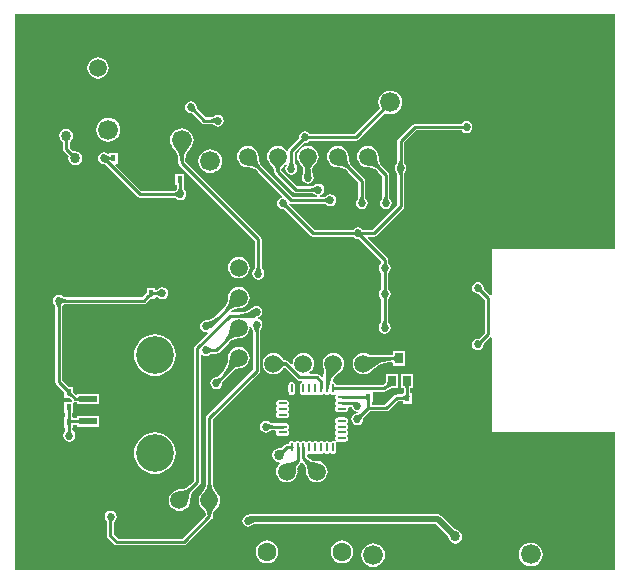
<source format=gbl>
%FSLAX24Y24*%
%MOIN*%
G70*
G01*
G75*
G04 Layer_Physical_Order=2*
G04 Layer_Color=16711680*
%ADD10C,0.0100*%
%ADD11C,0.0394*%
%ADD12C,0.0197*%
%ADD13C,0.0197*%
%ADD14R,0.0157X0.0236*%
%ADD15R,0.0236X0.0157*%
G04:AMPARAMS|DCode=16|XSize=33.5mil|YSize=17.7mil|CornerRadius=4.4mil|HoleSize=0mil|Usage=FLASHONLY|Rotation=270.000|XOffset=0mil|YOffset=0mil|HoleType=Round|Shape=RoundedRectangle|*
%AMROUNDEDRECTD16*
21,1,0.0335,0.0089,0,0,270.0*
21,1,0.0246,0.0177,0,0,270.0*
1,1,0.0089,-0.0044,-0.0123*
1,1,0.0089,-0.0044,0.0123*
1,1,0.0089,0.0044,0.0123*
1,1,0.0089,0.0044,-0.0123*
%
%ADD16ROUNDEDRECTD16*%
G04:AMPARAMS|DCode=17|XSize=63mil|YSize=98.4mil|CornerRadius=15.7mil|HoleSize=0mil|Usage=FLASHONLY|Rotation=270.000|XOffset=0mil|YOffset=0mil|HoleType=Round|Shape=RoundedRectangle|*
%AMROUNDEDRECTD17*
21,1,0.0630,0.0669,0,0,270.0*
21,1,0.0315,0.0984,0,0,270.0*
1,1,0.0315,-0.0335,-0.0157*
1,1,0.0315,-0.0335,0.0157*
1,1,0.0315,0.0335,0.0157*
1,1,0.0315,0.0335,-0.0157*
%
%ADD17ROUNDEDRECTD17*%
%ADD18R,0.0197X0.0315*%
%ADD19R,0.1024X0.0591*%
%ADD20R,0.0217X0.0098*%
%ADD21R,0.0138X0.0394*%
%ADD22R,0.1378X0.0394*%
%ADD23R,0.1339X0.0591*%
%ADD24R,0.0197X0.0354*%
%ADD25R,0.0354X0.0197*%
%ADD26R,0.0157X0.0532*%
%ADD27R,0.0748X0.0630*%
%ADD28R,0.0630X0.0551*%
%ADD29R,0.0354X0.0276*%
%ADD30R,0.0217X0.0394*%
%ADD31R,0.0157X0.0335*%
%ADD32O,0.0177X0.0532*%
%ADD33O,0.0217X0.0866*%
%ADD34R,0.0335X0.0157*%
%ADD35O,0.0276X0.0098*%
%ADD36O,0.0098X0.0276*%
%ADD37R,0.0118X0.0209*%
%ADD38R,0.0118X0.0193*%
%ADD39O,0.0315X0.0079*%
%ADD40O,0.0079X0.0315*%
%ADD41R,0.2598X0.2598*%
%ADD42R,0.2362X0.1890*%
%ADD43O,0.0315X0.0157*%
%ADD44O,0.0079X0.0295*%
%ADD45O,0.0295X0.0079*%
%ADD46R,0.1417X0.1417*%
%ADD47R,0.0217X0.0512*%
%ADD48R,0.0374X0.0335*%
%ADD49R,0.0453X0.0551*%
%ADD50C,0.0200*%
%ADD51C,0.0150*%
%ADD52C,0.0661*%
%ADD53C,0.0591*%
%ADD54C,0.0630*%
%ADD55C,0.1260*%
%ADD56C,0.0591*%
%ADD57C,0.0270*%
%ADD58C,0.0290*%
%ADD59C,0.0300*%
%ADD60C,0.0340*%
%ADD61R,0.0591X0.0236*%
%ADD62R,0.1299X0.1299*%
%ADD63O,0.0098X0.0315*%
%ADD64O,0.0315X0.0098*%
%ADD65R,0.0276X0.0354*%
G36*
X58790Y25480D02*
X54682D01*
Y23959D01*
X54671Y23942D01*
X54621Y23937D01*
X54412Y24146D01*
X54419Y24180D01*
X54404Y24256D01*
X54361Y24321D01*
X54296Y24364D01*
X54220Y24379D01*
X54144Y24364D01*
X54079Y24321D01*
X54036Y24256D01*
X54021Y24180D01*
X54036Y24104D01*
X54079Y24039D01*
X54144Y23996D01*
X54220Y23981D01*
X54254Y23988D01*
X54458Y23784D01*
Y22686D01*
X54254Y22482D01*
X54220Y22489D01*
X54144Y22474D01*
X54079Y22431D01*
X54036Y22366D01*
X54021Y22290D01*
X54036Y22214D01*
X54079Y22149D01*
X54144Y22106D01*
X54220Y22091D01*
X54296Y22106D01*
X54361Y22149D01*
X54404Y22214D01*
X54419Y22290D01*
X54412Y22324D01*
X54621Y22533D01*
X54671Y22528D01*
X54682Y22511D01*
Y19363D01*
X58790D01*
Y14770D01*
X38790D01*
Y33303D01*
X58790D01*
Y25480D01*
D02*
G37*
%LPC*%
G36*
X49400Y22008D02*
X49307Y21996D01*
X49221Y21960D01*
X49147Y21903D01*
X49090Y21829D01*
X49054Y21743D01*
X49042Y21650D01*
X49054Y21557D01*
X49087Y21477D01*
X49080Y21442D01*
X49080Y21442D01*
Y21382D01*
X49078Y21366D01*
X49080D01*
Y21352D01*
X49068Y21226D01*
X49036Y21209D01*
X48929Y21279D01*
X48929Y21279D01*
Y21279D01*
X48893Y21304D01*
X48850Y21312D01*
X48850Y21312D01*
X48621D01*
X48605Y21360D01*
X48653Y21397D01*
X48710Y21471D01*
X48746Y21557D01*
X48758Y21650D01*
X48746Y21743D01*
X48710Y21829D01*
X48653Y21903D01*
X48579Y21960D01*
X48493Y21996D01*
X48400Y22008D01*
X48307Y21996D01*
X48221Y21960D01*
X48147Y21903D01*
X48090Y21829D01*
X48054Y21743D01*
X48042Y21650D01*
X47994Y21634D01*
X47899Y21729D01*
X47863Y21754D01*
X47820Y21762D01*
D01*
D01*
D01*
D01*
X47820Y21763D01*
X47820Y21763D01*
Y21763D01*
X47819Y21763D01*
X47772Y21772D01*
X47732Y21799D01*
X47713Y21827D01*
X47713Y21827D01*
X47713Y21827D01*
X47711Y21828D01*
X47710Y21829D01*
X47653Y21903D01*
X47579Y21960D01*
X47493Y21996D01*
X47400Y22008D01*
X47307Y21996D01*
X47221Y21960D01*
X47147Y21903D01*
X47090Y21829D01*
X47054Y21743D01*
X47042Y21650D01*
X47054Y21557D01*
X47090Y21471D01*
X47147Y21397D01*
X47221Y21340D01*
X47307Y21304D01*
X47400Y21292D01*
X47493Y21304D01*
X47579Y21340D01*
X47653Y21397D01*
X47710Y21471D01*
X47711Y21472D01*
X47713Y21473D01*
X47713Y21473D01*
X47713Y21473D01*
X47732Y21501D01*
X47772Y21528D01*
X47782Y21530D01*
X48191Y21121D01*
X48191Y21121D01*
X48227Y21096D01*
X48270Y21088D01*
X48270Y21088D01*
X48340D01*
X48354Y21040D01*
X48326Y21021D01*
X48302Y20985D01*
X48293Y20943D01*
Y20726D01*
X48302Y20683D01*
X48326Y20647D01*
X48362Y20623D01*
X48405Y20615D01*
X48447Y20623D01*
X48483Y20647D01*
X48523D01*
X48559Y20623D01*
X48602Y20615D01*
X48644Y20623D01*
X48680Y20647D01*
X48720D01*
X48756Y20623D01*
X48798Y20615D01*
X48841Y20623D01*
X48877Y20647D01*
X48917D01*
X48953Y20623D01*
X48995Y20615D01*
X49038Y20623D01*
X49074Y20647D01*
X49113D01*
X49150Y20623D01*
X49192Y20615D01*
X49235Y20623D01*
X49271Y20647D01*
X49310D01*
X49346Y20623D01*
X49389Y20615D01*
X49432Y20623D01*
X49450Y20636D01*
X49486Y20600D01*
X49473Y20582D01*
X49465Y20539D01*
X49473Y20496D01*
X49497Y20460D01*
Y20421D01*
X49473Y20385D01*
X49465Y20342D01*
X49473Y20300D01*
X49497Y20263D01*
Y20224D01*
X49473Y20188D01*
X49465Y20145D01*
X49473Y20103D01*
X49497Y20067D01*
X49533Y20042D01*
X49576Y20034D01*
X49793D01*
X49835Y20042D01*
X49871Y20067D01*
X49895Y20103D01*
X49904Y20145D01*
X49895Y20188D01*
X49958Y20230D01*
X50005D01*
X50016Y20174D01*
X50059Y20109D01*
X50124Y20066D01*
X50200Y20051D01*
X50222Y20056D01*
X50228Y20043D01*
X50204Y20000D01*
X50200Y19999D01*
X50201Y19999D01*
X50204Y20000D01*
X50204Y19999D01*
X50201Y19999D01*
X50200Y19999D01*
X50124Y19984D01*
X50059Y19941D01*
X50016Y19876D01*
X50001Y19800D01*
X50016Y19724D01*
X50059Y19659D01*
X50124Y19616D01*
X50200Y19601D01*
X50276Y19616D01*
X50341Y19659D01*
X50384Y19724D01*
X50399Y19800D01*
X50399Y19801D01*
X50405Y19835D01*
X50425Y19865D01*
X50424Y19866D01*
X50424Y19866D01*
X50619Y20061D01*
X51173D01*
X51173Y20061D01*
X51216Y20069D01*
X51252Y20094D01*
X51563Y20405D01*
X51734D01*
Y20322D01*
X52012D01*
Y20678D01*
X51968D01*
Y20825D01*
X51969D01*
X51972Y20839D01*
X52054D01*
Y21313D01*
X51658D01*
Y20839D01*
X51740D01*
X51743Y20825D01*
X51744D01*
Y20678D01*
X51734D01*
Y20629D01*
X51517D01*
X51474Y20621D01*
X51438Y20596D01*
X51438Y20596D01*
X51126Y20285D01*
X50685D01*
Y20372D01*
X50712D01*
Y20722D01*
X51102D01*
X51102Y20722D01*
X51145Y20731D01*
X51182Y20755D01*
X51206Y20780D01*
D01*
D01*
X51210Y20783D01*
X51269Y20823D01*
X51343Y20837D01*
X51344Y20837D01*
Y20837D01*
X51355Y20839D01*
X51542D01*
Y21313D01*
X51146D01*
Y21047D01*
X51144Y21037D01*
X51144Y21037D01*
D01*
X51143D01*
D01*
X51141Y21037D01*
X51141D01*
D01*
D01*
Y21037D01*
X51141Y21035D01*
D01*
D01*
D01*
X51141Y21035D01*
X51141Y21035D01*
X51140Y21031D01*
X51056Y20946D01*
X49500D01*
X49492Y20985D01*
X49468Y21021D01*
X49432Y21045D01*
X49396Y21052D01*
X49384Y21078D01*
X49379Y21105D01*
X49414Y21170D01*
X49495Y21269D01*
X49593Y21350D01*
X49597Y21352D01*
X49596Y21353D01*
X49607Y21361D01*
X49614Y21366D01*
X49615Y21367D01*
X49653Y21397D01*
X49710Y21471D01*
X49746Y21557D01*
X49758Y21650D01*
X49746Y21743D01*
X49710Y21829D01*
X49653Y21903D01*
X49579Y21960D01*
X49493Y21996D01*
X49400Y22008D01*
D02*
G37*
G36*
X48011Y21054D02*
X47968Y21045D01*
X47932Y21021D01*
X47908Y20985D01*
X47900Y20943D01*
Y20726D01*
X47908Y20683D01*
X47932Y20647D01*
X47968Y20623D01*
X48011Y20615D01*
X48054Y20623D01*
X48090Y20647D01*
X48114Y20683D01*
X48122Y20726D01*
Y20943D01*
X48114Y20985D01*
X48090Y21021D01*
X48054Y21045D01*
X48011Y21054D01*
D02*
G37*
G36*
X47824Y20453D02*
X47607D01*
X47565Y20445D01*
X47529Y20421D01*
X47505Y20385D01*
X47496Y20342D01*
X47505Y20300D01*
X47529Y20263D01*
Y20224D01*
X47505Y20188D01*
X47496Y20145D01*
X47505Y20103D01*
X47529Y20067D01*
Y20027D01*
X47505Y19991D01*
X47496Y19948D01*
X47505Y19906D01*
X47529Y19870D01*
X47565Y19846D01*
X47607Y19837D01*
X47824D01*
X47867Y19846D01*
X47903Y19870D01*
X47927Y19906D01*
X47935Y19948D01*
X47927Y19991D01*
X47903Y20027D01*
Y20067D01*
X47927Y20103D01*
X47935Y20145D01*
X47927Y20188D01*
X47903Y20224D01*
Y20263D01*
X47927Y20300D01*
X47935Y20342D01*
X47927Y20385D01*
X47903Y20421D01*
X47867Y20445D01*
X47824Y20453D01*
D02*
G37*
G36*
X51798Y22061D02*
X51402D01*
Y21940D01*
X51388Y21937D01*
Y21936D01*
X51171D01*
Y21937D01*
X51157Y21936D01*
X50929D01*
Y21938D01*
X50911Y21936D01*
X50688D01*
Y21939D01*
X50667Y21936D01*
X50611D01*
X50579Y21960D01*
X50493Y21996D01*
X50400Y22008D01*
X50307Y21996D01*
X50221Y21960D01*
X50147Y21903D01*
X50090Y21829D01*
X50054Y21743D01*
X50042Y21650D01*
X50054Y21557D01*
X50090Y21471D01*
X50147Y21397D01*
X50221Y21340D01*
X50307Y21304D01*
X50400Y21292D01*
X50493Y21304D01*
X50579Y21340D01*
X50653Y21397D01*
X50657Y21402D01*
X50781Y21507D01*
X50924Y21595D01*
X51080Y21660D01*
X51244Y21699D01*
X51365Y21709D01*
X51402Y21675D01*
Y21587D01*
X51798D01*
Y22061D01*
D02*
G37*
G36*
X46250Y22208D02*
X46157Y22196D01*
X46071Y22160D01*
X45997Y22103D01*
X45940Y22029D01*
X45904Y21943D01*
X45892Y21850D01*
X45893Y21843D01*
X45879Y21709D01*
X45838Y21574D01*
X45772Y21449D01*
X45686Y21344D01*
X45566Y21224D01*
X45566D01*
X45565Y21225D01*
X45535Y21205D01*
X45501Y21199D01*
X45500Y21199D01*
X45424Y21184D01*
X45359Y21141D01*
X45316Y21076D01*
X45301Y21000D01*
X45316Y20924D01*
X45359Y20859D01*
X45424Y20816D01*
X45500Y20801D01*
X45576Y20816D01*
X45641Y20859D01*
X45684Y20924D01*
X45699Y21000D01*
X45699Y21001D01*
X45705Y21035D01*
X45725Y21065D01*
X45724Y21066D01*
Y21066D01*
X45840Y21181D01*
X45842Y21180D01*
Y21180D01*
X45842Y21180D01*
X45842Y21180D01*
X45842Y21180D01*
X45842D01*
X45857Y21199D01*
X46010Y21351D01*
X46011D01*
X46011D01*
X46020Y21361D01*
X46081Y21423D01*
X46081D01*
Y21423D01*
Y21423D01*
X46088Y21429D01*
X46158Y21476D01*
X46242Y21493D01*
X46250Y21492D01*
X46343Y21504D01*
X46429Y21540D01*
X46503Y21597D01*
X46560Y21671D01*
X46596Y21757D01*
X46608Y21850D01*
X46596Y21943D01*
X46560Y22029D01*
X46503Y22103D01*
X46429Y22160D01*
X46343Y22196D01*
X46250Y22208D01*
D02*
G37*
G36*
X43450Y22627D02*
X43315Y22614D01*
X43185Y22574D01*
X43065Y22510D01*
X42960Y22424D01*
X42874Y22319D01*
X42810Y22199D01*
X42770Y22069D01*
X42757Y21934D01*
X42770Y21799D01*
X42810Y21669D01*
X42874Y21549D01*
X42960Y21444D01*
X43065Y21357D01*
X43185Y21293D01*
X43315Y21254D01*
X43450Y21241D01*
X43585Y21254D01*
X43715Y21293D01*
X43835Y21357D01*
X43940Y21444D01*
X44026Y21549D01*
X44090Y21669D01*
X44130Y21799D01*
X44143Y21934D01*
X44130Y22069D01*
X44090Y22199D01*
X44026Y22319D01*
X43940Y22424D01*
X43835Y22510D01*
X43715Y22574D01*
X43585Y22614D01*
X43450Y22627D01*
D02*
G37*
G36*
X47150Y19749D02*
X47074Y19734D01*
X47009Y19691D01*
X46966Y19626D01*
X46951Y19550D01*
X46966Y19474D01*
X47009Y19409D01*
X47074Y19366D01*
X47150Y19351D01*
X47226Y19366D01*
X47291Y19409D01*
X47292Y19411D01*
X47325Y19434D01*
X47367Y19442D01*
Y19443D01*
X47442D01*
X47505Y19400D01*
X47496Y19358D01*
X47505Y19315D01*
X47529Y19279D01*
X47565Y19255D01*
X47607Y19247D01*
X47824D01*
X47867Y19255D01*
X47903Y19279D01*
X47927Y19315D01*
X47935Y19358D01*
X47927Y19400D01*
X47903Y19437D01*
Y19476D01*
X47927Y19512D01*
X47935Y19555D01*
X47927Y19597D01*
X47903Y19633D01*
X47867Y19658D01*
X47824Y19666D01*
X47720D01*
X47716Y19667D01*
X47367D01*
Y19668D01*
X47361Y19667D01*
X47344D01*
Y19668D01*
X47315Y19674D01*
X47291Y19690D01*
X47291Y19691D01*
X47226Y19734D01*
X47150Y19749D01*
D02*
G37*
G36*
X47190Y15758D02*
X47092Y15745D01*
X47001Y15708D01*
X46923Y15647D01*
X46862Y15569D01*
X46825Y15478D01*
X46812Y15380D01*
X46825Y15282D01*
X46862Y15191D01*
X46923Y15113D01*
X47001Y15052D01*
X47092Y15015D01*
X47190Y15002D01*
X47288Y15015D01*
X47379Y15052D01*
X47457Y15113D01*
X47518Y15191D01*
X47555Y15282D01*
X47568Y15380D01*
X47555Y15478D01*
X47518Y15569D01*
X47457Y15647D01*
X47379Y15708D01*
X47288Y15745D01*
X47190Y15758D01*
D02*
G37*
G36*
X55980Y15684D02*
X55878Y15671D01*
X55783Y15631D01*
X55701Y15569D01*
X55639Y15487D01*
X55599Y15392D01*
X55586Y15290D01*
X55599Y15188D01*
X55639Y15093D01*
X55701Y15011D01*
X55783Y14949D01*
X55878Y14909D01*
X55980Y14896D01*
X56082Y14909D01*
X56177Y14949D01*
X56259Y15011D01*
X56321Y15093D01*
X56361Y15188D01*
X56374Y15290D01*
X56361Y15392D01*
X56321Y15487D01*
X56259Y15569D01*
X56177Y15631D01*
X56082Y15671D01*
X55980Y15684D01*
D02*
G37*
G36*
X50730Y15664D02*
X50628Y15651D01*
X50533Y15611D01*
X50451Y15549D01*
X50389Y15467D01*
X50349Y15372D01*
X50336Y15270D01*
X50349Y15168D01*
X50389Y15073D01*
X50451Y14991D01*
X50533Y14929D01*
X50628Y14889D01*
X50730Y14876D01*
X50832Y14889D01*
X50927Y14929D01*
X51009Y14991D01*
X51071Y15073D01*
X51111Y15168D01*
X51124Y15270D01*
X51111Y15372D01*
X51071Y15467D01*
X51009Y15549D01*
X50927Y15611D01*
X50832Y15651D01*
X50730Y15664D01*
D02*
G37*
G36*
X49690Y15758D02*
X49592Y15745D01*
X49501Y15708D01*
X49423Y15647D01*
X49362Y15569D01*
X49325Y15478D01*
X49312Y15380D01*
X49325Y15282D01*
X49362Y15191D01*
X49423Y15113D01*
X49501Y15052D01*
X49592Y15015D01*
X49690Y15002D01*
X49788Y15015D01*
X49879Y15052D01*
X49957Y15113D01*
X50018Y15191D01*
X50055Y15282D01*
X50068Y15380D01*
X50055Y15478D01*
X50018Y15569D01*
X49957Y15647D01*
X49879Y15708D01*
X49788Y15745D01*
X49690Y15758D01*
D02*
G37*
G36*
X49793Y19863D02*
X49576D01*
X49533Y19854D01*
X49497Y19830D01*
X49473Y19794D01*
X49465Y19752D01*
X49473Y19709D01*
X49497Y19673D01*
Y19633D01*
X49473Y19597D01*
X49465Y19555D01*
X49473Y19512D01*
X49497Y19476D01*
Y19437D01*
X49473Y19400D01*
X49465Y19358D01*
X49473Y19315D01*
X49497Y19279D01*
Y19240D01*
X49473Y19204D01*
X49465Y19161D01*
X49473Y19118D01*
X49486Y19100D01*
X49450Y19064D01*
X49432Y19077D01*
X49389Y19085D01*
X49346Y19077D01*
X49310Y19053D01*
X49271D01*
X49235Y19077D01*
X49192Y19085D01*
X49150Y19077D01*
X49113Y19053D01*
X49074D01*
X49038Y19077D01*
X48995Y19085D01*
X48953Y19077D01*
X48917Y19053D01*
X48877D01*
X48841Y19077D01*
X48798Y19085D01*
X48756Y19077D01*
X48720Y19053D01*
X48680D01*
X48644Y19077D01*
X48602Y19085D01*
X48559Y19077D01*
X48523Y19053D01*
X48483D01*
X48447Y19077D01*
X48405Y19085D01*
X48362Y19077D01*
X48326Y19053D01*
X48287D01*
X48250Y19077D01*
X48208Y19085D01*
X48165Y19077D01*
X48129Y19053D01*
X48090D01*
X48054Y19077D01*
X48011Y19085D01*
X47968Y19077D01*
X47932Y19053D01*
X47908Y19017D01*
X47900Y18978D01*
X47866D01*
X47823Y18969D01*
X47786Y18945D01*
X47786Y18945D01*
X47666Y18824D01*
X47666Y18824D01*
X47665Y18825D01*
X47665Y18825D01*
X47661Y18822D01*
X47600Y18835D01*
X47510Y18817D01*
X47434Y18766D01*
X47383Y18690D01*
X47365Y18600D01*
X47383Y18510D01*
X47434Y18434D01*
X47510Y18383D01*
X47600Y18365D01*
X47610Y18314D01*
X47597Y18303D01*
X47540Y18229D01*
X47504Y18143D01*
X47492Y18050D01*
X47504Y17957D01*
X47540Y17871D01*
X47597Y17797D01*
X47671Y17740D01*
X47757Y17704D01*
X47850Y17692D01*
X47943Y17704D01*
X48029Y17740D01*
X48103Y17797D01*
X48160Y17871D01*
X48196Y17957D01*
X48208Y18050D01*
X48205Y18075D01*
X48206Y18079D01*
X48204Y18087D01*
X48208Y18092D01*
X48208Y18092D01*
X48203Y18125D01*
X48213Y18200D01*
X48242Y18269D01*
X48283Y18323D01*
X48289Y18327D01*
X48287Y18329D01*
X48287Y18329D01*
X48287Y18329D01*
X48287Y18329D01*
X48311Y18365D01*
X48313Y18366D01*
X48335Y18374D01*
X48361Y18380D01*
X48429Y18291D01*
X48477Y18175D01*
X48493Y18058D01*
X48492Y18050D01*
X48504Y17957D01*
X48540Y17871D01*
X48597Y17797D01*
X48671Y17740D01*
X48757Y17704D01*
X48850Y17692D01*
X48943Y17704D01*
X49029Y17740D01*
X49103Y17797D01*
X49160Y17871D01*
X49196Y17957D01*
X49208Y18050D01*
X49196Y18143D01*
X49160Y18229D01*
X49103Y18303D01*
X49029Y18360D01*
X48943Y18396D01*
X48850Y18408D01*
X48842Y18407D01*
X48725Y18423D01*
X48609Y18471D01*
X48518Y18540D01*
X48517Y18542D01*
Y18592D01*
X48559Y18655D01*
X48602Y18646D01*
X48644Y18655D01*
X48680Y18679D01*
X48720D01*
X48756Y18655D01*
X48798Y18646D01*
X48841Y18655D01*
X48877Y18679D01*
X48917D01*
X48953Y18655D01*
X48995Y18646D01*
X49038Y18655D01*
X49074Y18679D01*
X49113D01*
X49150Y18655D01*
X49192Y18646D01*
X49235Y18655D01*
X49271Y18679D01*
X49310D01*
X49346Y18655D01*
X49389Y18646D01*
X49432Y18655D01*
X49468Y18679D01*
X49492Y18715D01*
X49500Y18757D01*
Y18974D01*
X49492Y19017D01*
X49479Y19035D01*
X49515Y19071D01*
X49533Y19058D01*
X49576Y19050D01*
X49793D01*
X49835Y19058D01*
X49871Y19082D01*
X49895Y19118D01*
X49904Y19161D01*
X49895Y19204D01*
X49871Y19240D01*
Y19279D01*
X49895Y19315D01*
X49904Y19358D01*
X49895Y19400D01*
X49871Y19437D01*
Y19476D01*
X49895Y19512D01*
X49904Y19555D01*
X49895Y19597D01*
X49871Y19633D01*
Y19673D01*
X49895Y19709D01*
X49904Y19752D01*
X49895Y19794D01*
X49871Y19830D01*
X49835Y19854D01*
X49793Y19863D01*
D02*
G37*
G36*
X43450Y19359D02*
X43315Y19346D01*
X43185Y19307D01*
X43065Y19243D01*
X42960Y19156D01*
X42874Y19051D01*
X42810Y18931D01*
X42770Y18801D01*
X42757Y18666D01*
X42770Y18531D01*
X42810Y18401D01*
X42874Y18281D01*
X42960Y18176D01*
X43065Y18090D01*
X43185Y18026D01*
X43315Y17986D01*
X43450Y17973D01*
X43585Y17986D01*
X43715Y18026D01*
X43835Y18090D01*
X43940Y18176D01*
X44026Y18281D01*
X44090Y18401D01*
X44130Y18531D01*
X44143Y18666D01*
X44130Y18801D01*
X44090Y18931D01*
X44026Y19051D01*
X43940Y19156D01*
X43835Y19243D01*
X43715Y19307D01*
X43585Y19346D01*
X43450Y19359D01*
D02*
G37*
G36*
X52890Y16633D02*
X46620D01*
X46558Y16621D01*
X46531Y16603D01*
X46484Y16594D01*
X46419Y16551D01*
X46376Y16486D01*
X46361Y16410D01*
X46376Y16334D01*
X46419Y16269D01*
X46484Y16226D01*
X46560Y16211D01*
X46636Y16226D01*
X46701Y16269D01*
X46701Y16271D01*
X46730Y16290D01*
X46765Y16297D01*
Y16297D01*
Y16298D01*
X46808Y16306D01*
X46809Y16307D01*
X52822D01*
X53236Y15893D01*
X53235Y15890D01*
X53253Y15800D01*
X53304Y15724D01*
X53380Y15673D01*
X53470Y15655D01*
X53560Y15673D01*
X53636Y15724D01*
X53687Y15800D01*
X53705Y15890D01*
X53687Y15980D01*
X53636Y16056D01*
X53560Y16107D01*
X53470Y16125D01*
X53467Y16124D01*
X53005Y16585D01*
X52952Y16621D01*
X52890Y16633D01*
D02*
G37*
G36*
X40500Y29485D02*
X40410Y29467D01*
X40334Y29416D01*
X40283Y29340D01*
X40265Y29250D01*
X40283Y29160D01*
X40334Y29084D01*
X40388Y29048D01*
Y28800D01*
X40388Y28800D01*
X40396Y28757D01*
X40421Y28721D01*
X40576Y28566D01*
X40575Y28565D01*
X40575Y28565D01*
X40578Y28561D01*
X40565Y28500D01*
X40583Y28410D01*
X40634Y28334D01*
X40710Y28283D01*
X40800Y28265D01*
X40890Y28283D01*
X40966Y28334D01*
X41017Y28410D01*
X41035Y28500D01*
X41017Y28590D01*
X40966Y28666D01*
X40890Y28717D01*
X40800Y28735D01*
X40739Y28722D01*
X40735Y28725D01*
X40734Y28724D01*
X40612Y28846D01*
Y29048D01*
X40666Y29084D01*
X40717Y29160D01*
X40735Y29250D01*
X40717Y29340D01*
X40666Y29416D01*
X40590Y29467D01*
X40500Y29485D01*
D02*
G37*
G36*
X45300Y28794D02*
X45198Y28781D01*
X45103Y28741D01*
X45021Y28679D01*
X44959Y28597D01*
X44919Y28502D01*
X44906Y28400D01*
X44919Y28298D01*
X44959Y28203D01*
X45021Y28121D01*
X45103Y28059D01*
X45198Y28019D01*
X45300Y28006D01*
X45402Y28019D01*
X45497Y28059D01*
X45579Y28121D01*
X45641Y28203D01*
X45681Y28298D01*
X45694Y28400D01*
X45681Y28502D01*
X45641Y28597D01*
X45579Y28679D01*
X45497Y28741D01*
X45402Y28781D01*
X45300Y28794D01*
D02*
G37*
G36*
X48550Y28908D02*
X48457Y28896D01*
X48371Y28860D01*
X48297Y28803D01*
X48240Y28729D01*
X48204Y28643D01*
X48192Y28550D01*
X48204Y28457D01*
X48240Y28371D01*
X48297Y28297D01*
X48303Y28292D01*
X48375Y28198D01*
X48398Y28141D01*
X48394Y28121D01*
X48400Y28092D01*
X48396Y28091D01*
X48405Y28043D01*
X48391Y27970D01*
X48377Y27950D01*
X48377Y27950D01*
X48378Y27944D01*
X48366Y27926D01*
X48351Y27850D01*
X48366Y27774D01*
X48409Y27709D01*
X48474Y27666D01*
X48550Y27651D01*
X48626Y27666D01*
X48691Y27709D01*
X48734Y27774D01*
X48749Y27850D01*
X48734Y27926D01*
X48722Y27944D01*
X48723Y27950D01*
X48723Y27950D01*
X48709Y27970D01*
X48695Y28043D01*
X48704Y28091D01*
X48700Y28092D01*
X48706Y28121D01*
X48702Y28141D01*
X48725Y28198D01*
X48797Y28292D01*
X48803Y28297D01*
X48860Y28371D01*
X48896Y28457D01*
X48908Y28550D01*
X48896Y28643D01*
X48860Y28729D01*
X48803Y28803D01*
X48729Y28860D01*
X48643Y28896D01*
X48550Y28908D01*
D02*
G37*
G36*
X41900Y29844D02*
X41798Y29831D01*
X41703Y29791D01*
X41621Y29729D01*
X41559Y29647D01*
X41519Y29552D01*
X41506Y29450D01*
X41519Y29348D01*
X41559Y29253D01*
X41621Y29171D01*
X41703Y29109D01*
X41798Y29069D01*
X41900Y29056D01*
X42002Y29069D01*
X42097Y29109D01*
X42179Y29171D01*
X42241Y29253D01*
X42281Y29348D01*
X42294Y29450D01*
X42281Y29552D01*
X42241Y29647D01*
X42179Y29729D01*
X42097Y29791D01*
X42002Y29831D01*
X41900Y29844D01*
D02*
G37*
G36*
X41560Y31868D02*
X41467Y31856D01*
X41381Y31820D01*
X41307Y31763D01*
X41250Y31689D01*
X41214Y31603D01*
X41202Y31510D01*
X41214Y31417D01*
X41250Y31331D01*
X41307Y31257D01*
X41381Y31200D01*
X41467Y31164D01*
X41560Y31152D01*
X41653Y31164D01*
X41739Y31200D01*
X41813Y31257D01*
X41870Y31331D01*
X41906Y31417D01*
X41918Y31510D01*
X41906Y31603D01*
X41870Y31689D01*
X41813Y31763D01*
X41739Y31820D01*
X41653Y31856D01*
X41560Y31868D01*
D02*
G37*
G36*
X51300Y30754D02*
X51198Y30741D01*
X51103Y30701D01*
X51021Y30639D01*
X50959Y30557D01*
X50919Y30462D01*
X50906Y30360D01*
X50919Y30258D01*
X50955Y30173D01*
X50094Y29312D01*
X48610D01*
X48591Y29341D01*
X48526Y29384D01*
X48450Y29399D01*
X48374Y29384D01*
X48309Y29341D01*
X48266Y29276D01*
X48251Y29200D01*
X48258Y29166D01*
X47921Y28829D01*
X47896Y28793D01*
X47891Y28764D01*
X47842Y28753D01*
X47803Y28803D01*
X47729Y28860D01*
X47643Y28896D01*
X47550Y28908D01*
X47457Y28896D01*
X47371Y28860D01*
X47297Y28803D01*
X47240Y28729D01*
X47204Y28643D01*
X47192Y28550D01*
X47204Y28457D01*
X47240Y28371D01*
X47297Y28297D01*
X47319Y28280D01*
X47321Y28277D01*
X47328Y28271D01*
X47330Y28265D01*
Y28265D01*
X47357Y28244D01*
X47401Y28187D01*
X47428Y28121D01*
X47437Y28056D01*
X47436Y28050D01*
X47438D01*
Y28050D01*
X47438Y28050D01*
X47446Y28007D01*
X47471Y27971D01*
X48071Y27371D01*
X48071Y27371D01*
X48107Y27346D01*
X48150Y27338D01*
X48150Y27338D01*
X48695D01*
Y27337D01*
Y27337D01*
X48730Y27330D01*
X48759Y27311D01*
X48759Y27309D01*
X48824Y27266D01*
X48846Y27262D01*
X48841Y27212D01*
X48046D01*
X47048Y28211D01*
X47048Y28211D01*
X47049Y28211D01*
X47040Y28218D01*
X46971Y28309D01*
X46923Y28425D01*
X46907Y28542D01*
X46908Y28550D01*
X46896Y28643D01*
X46860Y28729D01*
X46803Y28803D01*
X46729Y28860D01*
X46643Y28896D01*
X46550Y28908D01*
X46457Y28896D01*
X46371Y28860D01*
X46297Y28803D01*
X46240Y28729D01*
X46204Y28643D01*
X46192Y28550D01*
X46204Y28457D01*
X46240Y28371D01*
X46297Y28297D01*
X46371Y28240D01*
X46457Y28204D01*
X46550Y28192D01*
X46558Y28193D01*
X46675Y28177D01*
X46791Y28129D01*
X46882Y28060D01*
X46889Y28051D01*
X46889Y28052D01*
X46889Y28052D01*
X47701Y27240D01*
X47687Y27192D01*
X47644Y27184D01*
X47579Y27141D01*
X47536Y27076D01*
X47521Y27000D01*
X47536Y26924D01*
X47579Y26859D01*
X47644Y26816D01*
X47720Y26801D01*
X47721Y26801D01*
X47755Y26795D01*
X47785Y26775D01*
X47785Y26775D01*
X47786Y26776D01*
D01*
X48641Y25921D01*
X48641Y25921D01*
X48677Y25896D01*
X48720Y25888D01*
X48720Y25888D01*
X50070D01*
X50089Y25859D01*
X50153Y25816D01*
X50230Y25801D01*
X50263Y25808D01*
X50998Y25073D01*
Y24995D01*
X50969Y24976D01*
X50926Y24912D01*
X50911Y24836D01*
X50926Y24760D01*
X50969Y24695D01*
X50998Y24676D01*
Y24130D01*
X50969Y24111D01*
X50926Y24046D01*
X50911Y23970D01*
X50926Y23894D01*
X50969Y23829D01*
X50998Y23810D01*
Y23055D01*
X50997D01*
X50990Y23020D01*
X50971Y22991D01*
X50969Y22991D01*
X50926Y22926D01*
X50911Y22850D01*
X50926Y22774D01*
X50969Y22709D01*
X51034Y22666D01*
X51110Y22651D01*
X51186Y22666D01*
X51251Y22709D01*
X51294Y22774D01*
X51309Y22850D01*
X51294Y22926D01*
X51251Y22991D01*
X51249Y22991D01*
X51230Y23020D01*
X51223Y23055D01*
X51222D01*
Y23810D01*
X51251Y23829D01*
X51294Y23894D01*
X51309Y23970D01*
X51294Y24046D01*
X51251Y24111D01*
X51222Y24130D01*
Y24676D01*
X51251Y24695D01*
X51294Y24760D01*
X51309Y24836D01*
X51294Y24912D01*
X51251Y24976D01*
X51222Y24995D01*
Y25120D01*
X51222Y25120D01*
X51214Y25162D01*
X51189Y25199D01*
X51189Y25199D01*
X50546Y25842D01*
X50566Y25888D01*
X50750D01*
X50750Y25888D01*
X50793Y25896D01*
X50829Y25921D01*
X51719Y26811D01*
X51744Y26847D01*
X51752Y26890D01*
X51752Y26890D01*
Y27965D01*
X51753D01*
X51760Y28000D01*
X51779Y28029D01*
X51781Y28029D01*
X51824Y28094D01*
X51839Y28170D01*
X51824Y28246D01*
X51781Y28311D01*
X51779Y28311D01*
X51760Y28340D01*
X51753Y28375D01*
X51752D01*
Y29014D01*
X52166Y29428D01*
X53680D01*
X53699Y29399D01*
X53764Y29356D01*
X53840Y29341D01*
X53916Y29356D01*
X53981Y29399D01*
X54024Y29464D01*
X54039Y29540D01*
X54024Y29616D01*
X53981Y29681D01*
X53916Y29724D01*
X53840Y29739D01*
X53764Y29724D01*
X53699Y29681D01*
X53680Y29652D01*
X52120D01*
X52120Y29652D01*
X52077Y29644D01*
X52041Y29619D01*
X52041Y29619D01*
X51561Y29139D01*
X51536Y29103D01*
X51528Y29060D01*
X51528Y29060D01*
Y28375D01*
X51527D01*
X51520Y28340D01*
X51501Y28311D01*
X51499Y28311D01*
X51456Y28246D01*
X51441Y28170D01*
X51456Y28094D01*
X51499Y28029D01*
X51501Y28029D01*
X51520Y28000D01*
X51527Y27965D01*
X51528D01*
Y26936D01*
X50704Y26112D01*
X50389D01*
X50370Y26141D01*
X50306Y26184D01*
X50230Y26199D01*
X50153Y26184D01*
X50089Y26141D01*
X50070Y26112D01*
X48766D01*
X47944Y26934D01*
D01*
X47945Y26935D01*
X47932Y26954D01*
X47960Y26996D01*
X48000Y26988D01*
X48000Y26988D01*
X49095D01*
Y26987D01*
Y26987D01*
X49130Y26980D01*
X49159Y26961D01*
X49159Y26959D01*
X49224Y26916D01*
X49300Y26901D01*
X49376Y26916D01*
X49441Y26959D01*
X49484Y27024D01*
X49499Y27100D01*
X49484Y27176D01*
X49441Y27241D01*
X49376Y27284D01*
X49300Y27299D01*
X49224Y27284D01*
X49159Y27241D01*
X49159Y27239D01*
X49130Y27220D01*
X49095Y27213D01*
Y27212D01*
X48959D01*
X48954Y27262D01*
X48976Y27266D01*
X49041Y27309D01*
X49084Y27374D01*
X49099Y27450D01*
X49084Y27526D01*
X49041Y27591D01*
X48976Y27634D01*
X48900Y27649D01*
X48824Y27634D01*
X48759Y27591D01*
X48759Y27589D01*
X48730Y27570D01*
X48695Y27563D01*
Y27562D01*
X48196D01*
X47668Y28091D01*
X47672Y28121D01*
X47699Y28187D01*
X47743Y28244D01*
X47771Y28265D01*
Y28265D01*
X47771Y28267D01*
X47817Y28286D01*
X47843Y28266D01*
X47816Y28226D01*
X47801Y28150D01*
X47816Y28074D01*
X47859Y28009D01*
X47924Y27966D01*
X48000Y27951D01*
X48076Y27966D01*
X48141Y28009D01*
X48184Y28074D01*
X48199Y28150D01*
X48184Y28226D01*
X48141Y28291D01*
X48139Y28291D01*
X48120Y28320D01*
X48113Y28355D01*
X48112D01*
Y28704D01*
X48416Y29008D01*
X48450Y29001D01*
X48526Y29016D01*
X48591Y29059D01*
X48610Y29088D01*
X50140D01*
X50140Y29088D01*
X50183Y29096D01*
X50219Y29121D01*
X51113Y30015D01*
X51198Y29979D01*
X51300Y29966D01*
X51402Y29979D01*
X51497Y30019D01*
X51579Y30081D01*
X51641Y30163D01*
X51681Y30258D01*
X51694Y30360D01*
X51681Y30462D01*
X51641Y30557D01*
X51579Y30639D01*
X51497Y30701D01*
X51402Y30741D01*
X51300Y30754D01*
D02*
G37*
G36*
X44650Y30399D02*
X44574Y30384D01*
X44509Y30341D01*
X44466Y30276D01*
X44451Y30200D01*
X44466Y30124D01*
X44509Y30059D01*
X44574Y30016D01*
X44650Y30001D01*
X44651Y30001D01*
X44685Y29995D01*
X44715Y29975D01*
X44715Y29975D01*
X44716Y29976D01*
X44716Y29976D01*
X45021Y29671D01*
X45021Y29671D01*
X45057Y29646D01*
X45100Y29638D01*
X45100Y29638D01*
X45345D01*
Y29637D01*
Y29637D01*
X45380Y29630D01*
X45409Y29611D01*
X45409Y29609D01*
X45474Y29566D01*
X45550Y29551D01*
X45626Y29566D01*
X45691Y29609D01*
X45734Y29674D01*
X45749Y29750D01*
X45734Y29826D01*
X45691Y29891D01*
X45626Y29934D01*
X45550Y29949D01*
X45474Y29934D01*
X45409Y29891D01*
X45409Y29889D01*
X45380Y29870D01*
X45345Y29863D01*
Y29863D01*
Y29862D01*
X45146D01*
X44874Y30134D01*
X44874Y30134D01*
X44875Y30135D01*
X44855Y30165D01*
X44849Y30199D01*
X44849Y30200D01*
X44834Y30276D01*
X44791Y30341D01*
X44726Y30384D01*
X44650Y30399D01*
D02*
G37*
G36*
X44350Y29494D02*
X44248Y29481D01*
X44153Y29441D01*
X44071Y29379D01*
X44009Y29297D01*
X43969Y29202D01*
X43956Y29100D01*
X43969Y28998D01*
X44009Y28903D01*
X44071Y28821D01*
X44081Y28814D01*
X44164Y28706D01*
X44221Y28569D01*
X44238Y28438D01*
X44236Y28422D01*
X44238D01*
Y28350D01*
X44238Y28350D01*
X44246Y28307D01*
X44271Y28271D01*
X46788Y25754D01*
Y24855D01*
X46787D01*
X46780Y24820D01*
X46761Y24791D01*
X46759Y24791D01*
X46716Y24726D01*
X46701Y24650D01*
X46716Y24574D01*
X46759Y24509D01*
X46824Y24466D01*
X46900Y24451D01*
X46976Y24466D01*
X47041Y24509D01*
X47084Y24574D01*
X47099Y24650D01*
X47084Y24726D01*
X47041Y24791D01*
X47039Y24791D01*
X47020Y24820D01*
X47013Y24855D01*
X47012D01*
Y25800D01*
X47012Y25800D01*
X47004Y25843D01*
X46979Y25879D01*
X46979Y25879D01*
X44462Y28396D01*
Y28422D01*
X44464D01*
X44462Y28438D01*
X44479Y28569D01*
X44536Y28706D01*
X44619Y28814D01*
X44629Y28821D01*
X44691Y28903D01*
X44731Y28998D01*
X44744Y29100D01*
X44731Y29202D01*
X44691Y29297D01*
X44629Y29379D01*
X44547Y29441D01*
X44452Y29481D01*
X44350Y29494D01*
D02*
G37*
G36*
X43700Y24199D02*
X43624Y24184D01*
X43559Y24141D01*
X43559Y24139D01*
X43530Y24120D01*
X43505Y24115D01*
X43466Y24147D01*
Y24178D01*
X43188D01*
Y24020D01*
X43133Y23964D01*
X43132Y23963D01*
D01*
X43131Y23963D01*
X43131Y23963D01*
X43131Y23963D01*
X43131D01*
X43132Y23963D01*
X43132D01*
D01*
X43031Y23862D01*
X40455D01*
Y23863D01*
Y23863D01*
X40420Y23870D01*
X40391Y23889D01*
X40391Y23891D01*
X40326Y23934D01*
X40250Y23949D01*
X40174Y23934D01*
X40109Y23891D01*
X40066Y23826D01*
X40051Y23750D01*
X40066Y23674D01*
X40109Y23609D01*
X40111Y23609D01*
X40130Y23580D01*
X40137Y23545D01*
X40138D01*
Y21027D01*
X40138Y21027D01*
X40146Y20984D01*
X40171Y20948D01*
X40382Y20737D01*
X40381Y20737D01*
X40381Y20737D01*
X40383Y20736D01*
X40438Y20680D01*
Y20522D01*
X40566D01*
X40577Y20520D01*
Y20520D01*
X40578Y20520D01*
X40612Y20507D01*
X40694Y20424D01*
X40675Y20378D01*
X40438D01*
Y20022D01*
X40465D01*
Y19878D01*
X40438D01*
Y19522D01*
X40465D01*
Y19394D01*
X40459Y19391D01*
X40416Y19326D01*
X40401Y19250D01*
X40416Y19174D01*
X40459Y19109D01*
X40524Y19066D01*
X40600Y19051D01*
X40676Y19066D01*
X40741Y19109D01*
X40784Y19174D01*
X40799Y19250D01*
X40784Y19326D01*
X40741Y19391D01*
X40689Y19425D01*
Y19522D01*
X40716D01*
Y19614D01*
X40871D01*
Y19548D01*
X41581D01*
Y19904D01*
X40871D01*
Y19838D01*
X40716D01*
Y19878D01*
X40689D01*
Y20022D01*
X40716D01*
Y20347D01*
X40760Y20371D01*
X40760Y20370D01*
X40803Y20362D01*
X40803Y20362D01*
X40871D01*
Y20296D01*
X41581D01*
Y20652D01*
X40871D01*
Y20630D01*
X40825Y20611D01*
X40773Y20663D01*
X40773Y20663D01*
X40772Y20664D01*
X40716Y20720D01*
Y20878D01*
X40588D01*
X40577Y20880D01*
X40577Y20880D01*
X40577Y20880D01*
D01*
X40540Y20896D01*
Y20896D01*
X40540Y20896D01*
D01*
X40362Y21074D01*
Y23545D01*
X40363D01*
X40370Y23580D01*
X40389Y23609D01*
X40391Y23609D01*
X40391Y23611D01*
X40420Y23630D01*
X40455Y23637D01*
Y23637D01*
Y23638D01*
X43077D01*
X43077Y23638D01*
X43120Y23646D01*
X43156Y23671D01*
X43290Y23804D01*
X43290Y23804D01*
D01*
X43327Y23820D01*
X43327Y23820D01*
Y23820D01*
Y23820D01*
X43338Y23822D01*
X43466D01*
Y23853D01*
X43505Y23885D01*
X43530Y23880D01*
X43559Y23861D01*
X43559Y23859D01*
X43624Y23816D01*
X43700Y23801D01*
X43776Y23816D01*
X43841Y23859D01*
X43884Y23924D01*
X43899Y24000D01*
X43884Y24076D01*
X43841Y24141D01*
X43776Y24184D01*
X43700Y24199D01*
D02*
G37*
G36*
X46250Y24208D02*
X46157Y24196D01*
X46071Y24160D01*
X45997Y24103D01*
X45940Y24029D01*
X45904Y23943D01*
X45892Y23850D01*
X45893Y23842D01*
X45877Y23725D01*
X45829Y23609D01*
X45760Y23518D01*
X45752Y23513D01*
X45752D01*
X45751Y23512D01*
X45751D01*
X45751Y23511D01*
X45751Y23511D01*
X45752Y23511D01*
X45752Y23511D01*
X45752D01*
D01*
X45472Y23230D01*
Y23230D01*
X45472Y23230D01*
D01*
X45472D01*
Y23230D01*
X45466Y23225D01*
X45378Y23157D01*
X45268Y23112D01*
X45158Y23097D01*
X45150Y23099D01*
X45074Y23084D01*
X45009Y23041D01*
X44966Y22976D01*
X44951Y22900D01*
X44966Y22824D01*
X45009Y22759D01*
X45074Y22716D01*
X45150Y22701D01*
X45185Y22708D01*
X45209Y22664D01*
X44791Y22246D01*
X44766Y22209D01*
X44758Y22166D01*
X44758Y22166D01*
Y17746D01*
X44609Y17598D01*
X44609Y17598D01*
X44609Y17599D01*
X44602Y17590D01*
X44511Y17521D01*
X44395Y17473D01*
X44278Y17457D01*
X44270Y17458D01*
X44177Y17446D01*
X44091Y17410D01*
X44017Y17353D01*
X43960Y17279D01*
X43924Y17193D01*
X43912Y17100D01*
X43924Y17007D01*
X43960Y16921D01*
X44017Y16847D01*
X44091Y16790D01*
X44177Y16754D01*
X44270Y16742D01*
X44363Y16754D01*
X44449Y16790D01*
X44523Y16847D01*
X44580Y16921D01*
X44616Y17007D01*
X44628Y17100D01*
X44627Y17108D01*
X44643Y17225D01*
X44691Y17341D01*
X44760Y17432D01*
X44769Y17439D01*
X44768Y17439D01*
X44768Y17439D01*
X44949Y17621D01*
X44949Y17621D01*
X44974Y17657D01*
X44982Y17700D01*
X44982Y17700D01*
Y21925D01*
X45026Y21948D01*
X45074Y21916D01*
X45150Y21901D01*
X45226Y21916D01*
X45291Y21959D01*
X45291Y21961D01*
X45320Y21980D01*
X45355Y21987D01*
Y21987D01*
Y21988D01*
X45500D01*
X45500Y21988D01*
X45543Y21996D01*
X45579Y22021D01*
X45911Y22352D01*
X45911Y22352D01*
X45911Y22351D01*
X45911Y22351D01*
X45918Y22360D01*
X46009Y22429D01*
X46125Y22477D01*
X46242Y22493D01*
X46250Y22492D01*
X46343Y22504D01*
X46429Y22540D01*
X46503Y22597D01*
X46560Y22671D01*
X46596Y22757D01*
X46608Y22850D01*
X46605Y22876D01*
X46654Y22885D01*
X46656Y22874D01*
X46699Y22809D01*
X46701Y22809D01*
X46720Y22780D01*
X46727Y22745D01*
X46728D01*
Y21466D01*
X45191Y19929D01*
X45166Y19893D01*
X45158Y19850D01*
X45158Y19850D01*
Y17692D01*
X45157D01*
X45158Y17681D01*
X45143Y17568D01*
X45095Y17452D01*
X45023Y17358D01*
X45017Y17353D01*
X44960Y17279D01*
X44924Y17193D01*
X44912Y17100D01*
X44924Y17007D01*
X44960Y16921D01*
X45017Y16847D01*
X45028Y16838D01*
X45029Y16836D01*
X45033Y16834D01*
X45033Y16829D01*
Y16829D01*
X45053Y16814D01*
X45110Y16740D01*
X45146Y16653D01*
X45153Y16601D01*
X44374Y15822D01*
X42226D01*
X42082Y15966D01*
Y16384D01*
X42121Y16409D01*
X42164Y16474D01*
X42179Y16550D01*
X42164Y16626D01*
X42121Y16691D01*
X42056Y16734D01*
X41980Y16749D01*
X41904Y16734D01*
X41839Y16691D01*
X41796Y16626D01*
X41781Y16550D01*
X41796Y16474D01*
X41839Y16409D01*
X41858Y16397D01*
Y15920D01*
X41858Y15920D01*
X41866Y15877D01*
X41891Y15841D01*
X42101Y15631D01*
X42101Y15631D01*
X42137Y15606D01*
X42180Y15598D01*
X42180Y15598D01*
X44420D01*
X44420Y15598D01*
X44463Y15606D01*
X44499Y15631D01*
X45349Y16481D01*
X45349Y16481D01*
X45374Y16517D01*
X45382Y16560D01*
D01*
D01*
D01*
D01*
X45383Y16560D01*
X45383Y16560D01*
X45383D01*
X45382Y16564D01*
X45394Y16653D01*
X45430Y16740D01*
X45487Y16814D01*
X45507Y16829D01*
Y16829D01*
X45507Y16834D01*
X45511Y16836D01*
X45512Y16838D01*
X45523Y16847D01*
X45580Y16921D01*
X45616Y17007D01*
X45628Y17100D01*
X45616Y17193D01*
X45580Y17279D01*
X45523Y17353D01*
X45517Y17358D01*
X45445Y17452D01*
X45397Y17568D01*
X45382Y17681D01*
X45383Y17692D01*
X45382D01*
Y19804D01*
X46919Y21341D01*
X46919Y21341D01*
X46944Y21377D01*
X46952Y21420D01*
Y22745D01*
X46953D01*
X46960Y22780D01*
X46979Y22809D01*
X46981Y22809D01*
X47024Y22874D01*
X47039Y22950D01*
X47024Y23026D01*
X46981Y23091D01*
X46916Y23134D01*
X46884Y23140D01*
Y23190D01*
X46916Y23196D01*
X46981Y23239D01*
X47024Y23304D01*
X47039Y23380D01*
X47024Y23456D01*
X46981Y23521D01*
X46916Y23564D01*
X46840Y23579D01*
X46764Y23564D01*
X46699Y23521D01*
X46694Y23512D01*
X46594Y23436D01*
X46468Y23384D01*
X46346Y23367D01*
X46006D01*
X45990Y23415D01*
X46009Y23429D01*
X46125Y23477D01*
X46242Y23493D01*
X46250Y23492D01*
X46343Y23504D01*
X46429Y23540D01*
X46503Y23597D01*
X46560Y23671D01*
X46596Y23757D01*
X46608Y23850D01*
X46596Y23943D01*
X46560Y24029D01*
X46503Y24103D01*
X46429Y24160D01*
X46343Y24196D01*
X46250Y24208D01*
D02*
G37*
G36*
Y25208D02*
X46157Y25196D01*
X46071Y25160D01*
X45997Y25103D01*
X45940Y25029D01*
X45904Y24943D01*
X45892Y24850D01*
X45904Y24757D01*
X45940Y24671D01*
X45997Y24597D01*
X46071Y24540D01*
X46157Y24504D01*
X46250Y24492D01*
X46343Y24504D01*
X46429Y24540D01*
X46503Y24597D01*
X46560Y24671D01*
X46596Y24757D01*
X46608Y24850D01*
X46596Y24943D01*
X46560Y25029D01*
X46503Y25103D01*
X46429Y25160D01*
X46343Y25196D01*
X46250Y25208D01*
D02*
G37*
G36*
X41750Y28699D02*
X41674Y28684D01*
X41609Y28641D01*
X41566Y28576D01*
X41551Y28500D01*
X41566Y28424D01*
X41609Y28359D01*
X41674Y28316D01*
X41750Y28301D01*
X41751Y28301D01*
X41785Y28295D01*
X41815Y28275D01*
X41815Y28275D01*
X41816Y28276D01*
D01*
X42871Y27221D01*
X42871Y27221D01*
X42907Y27196D01*
X42950Y27188D01*
X44095D01*
Y27187D01*
Y27187D01*
X44130Y27180D01*
X44159Y27161D01*
X44159Y27159D01*
X44224Y27116D01*
X44300Y27101D01*
X44376Y27116D01*
X44441Y27159D01*
X44484Y27224D01*
X44499Y27300D01*
X44484Y27376D01*
X44441Y27441D01*
X44439Y27441D01*
X44420Y27470D01*
X44413Y27505D01*
X44412D01*
Y27622D01*
X44416D01*
Y27978D01*
X44138D01*
Y27622D01*
X44188D01*
Y27505D01*
X44187D01*
X44180Y27470D01*
X44161Y27441D01*
X44159Y27441D01*
X44159Y27439D01*
X44130Y27420D01*
X44095Y27413D01*
Y27413D01*
Y27412D01*
X42996D01*
X42133Y28276D01*
X42152Y28322D01*
X42212D01*
Y28678D01*
X41934D01*
Y28670D01*
X41896Y28644D01*
X41890Y28641D01*
X41826Y28684D01*
X41750Y28699D01*
D02*
G37*
G36*
X50550Y28908D02*
X50457Y28896D01*
X50371Y28860D01*
X50297Y28803D01*
X50240Y28729D01*
X50204Y28643D01*
X50192Y28550D01*
X50204Y28457D01*
X50240Y28371D01*
X50297Y28297D01*
X50371Y28240D01*
X50457Y28204D01*
X50550Y28192D01*
X50558Y28193D01*
X50675Y28177D01*
X50791Y28129D01*
X50882Y28060D01*
X50889Y28051D01*
X50889Y28052D01*
X51038Y27904D01*
Y27205D01*
X51037D01*
X51030Y27170D01*
X51011Y27141D01*
X51009Y27141D01*
X50966Y27076D01*
X50951Y27000D01*
X50966Y26924D01*
X51009Y26859D01*
X51074Y26816D01*
X51150Y26801D01*
X51226Y26816D01*
X51291Y26859D01*
X51334Y26924D01*
X51349Y27000D01*
X51334Y27076D01*
X51291Y27141D01*
X51289Y27141D01*
X51270Y27170D01*
X51263Y27205D01*
X51262D01*
Y27950D01*
X51262Y27950D01*
X51254Y27993D01*
X51229Y28029D01*
X51229Y28029D01*
X51048Y28211D01*
X51048Y28211D01*
X51049Y28211D01*
X51040Y28218D01*
X50971Y28309D01*
X50923Y28425D01*
X50907Y28542D01*
X50908Y28550D01*
X50896Y28643D01*
X50860Y28729D01*
X50803Y28803D01*
X50729Y28860D01*
X50643Y28896D01*
X50550Y28908D01*
D02*
G37*
G36*
X49550D02*
X49457Y28896D01*
X49371Y28860D01*
X49297Y28803D01*
X49240Y28729D01*
X49204Y28643D01*
X49192Y28550D01*
X49204Y28457D01*
X49240Y28371D01*
X49297Y28297D01*
X49371Y28240D01*
X49457Y28204D01*
X49550Y28192D01*
X49558Y28193D01*
X49675Y28177D01*
X49791Y28129D01*
X49882Y28060D01*
X49889Y28051D01*
X49889Y28052D01*
X49889Y28052D01*
X50238Y27704D01*
Y27205D01*
X50237D01*
X50230Y27170D01*
X50211Y27141D01*
X50209Y27141D01*
X50166Y27076D01*
X50151Y27000D01*
X50166Y26924D01*
X50209Y26859D01*
X50274Y26816D01*
X50350Y26801D01*
X50426Y26816D01*
X50491Y26859D01*
X50534Y26924D01*
X50549Y27000D01*
X50534Y27076D01*
X50491Y27141D01*
X50489Y27141D01*
X50470Y27170D01*
X50463Y27205D01*
X50462D01*
Y27750D01*
X50462Y27750D01*
X50454Y27793D01*
X50429Y27829D01*
X50429Y27829D01*
X50048Y28211D01*
X50048Y28211D01*
X50049Y28211D01*
X50040Y28218D01*
X49971Y28309D01*
X49923Y28425D01*
X49907Y28542D01*
X49908Y28550D01*
X49896Y28643D01*
X49860Y28729D01*
X49803Y28803D01*
X49729Y28860D01*
X49643Y28896D01*
X49550Y28908D01*
D02*
G37*
%LPD*%
D10*
X51050Y22910D02*
G03*
X51110Y23055I-145J145D01*
G01*
D02*
G03*
X51170Y22910I205J0D01*
G01*
X47210Y19610D02*
G03*
X47344Y19555I134J134D01*
G01*
X47367D02*
G03*
X47210Y19490I0J-221D01*
G01*
X40715Y28500D02*
G03*
X40655Y28645I-205J0D01*
G01*
D02*
G03*
X40800Y28585I145J145D01*
G01*
X45150Y22885D02*
G03*
X45380Y22980I0J326D01*
G01*
X45150Y22985D02*
G03*
X45551Y23151I0J567D01*
G01*
X45223Y22944D02*
G03*
X45300Y22900I77J46D01*
G01*
D02*
G03*
X45223Y22856I0J-90D01*
G01*
X45210Y22160D02*
G03*
X45355Y22100I145J145D01*
G01*
D02*
G03*
X45210Y22040I0J-205D01*
G01*
X45500Y21085D02*
G03*
X45645Y21145I0J205D01*
G01*
D02*
G03*
X45585Y21000I145J-145D01*
G01*
X41835Y28500D02*
G03*
X41895Y28355I205J0D01*
G01*
D02*
G03*
X41750Y28415I-145J-145D01*
G01*
X41810Y28560D02*
G03*
X41955Y28500I145J145D01*
G01*
D02*
G03*
X41810Y28440I0J-205D01*
G01*
X40310Y23810D02*
G03*
X40455Y23750I145J145D01*
G01*
D02*
G03*
X40310Y23690I0J-205D01*
G01*
D02*
G03*
X40250Y23545I145J-145D01*
G01*
D02*
G03*
X40190Y23690I-205J0D01*
G01*
X43640Y23940D02*
G03*
X43495Y24000I-145J-145D01*
G01*
D02*
G03*
X43640Y24060I0J205D01*
G01*
X44240Y27240D02*
G03*
X44095Y27300I-145J-145D01*
G01*
D02*
G03*
X44240Y27360I0J205D01*
G01*
D02*
G03*
X44300Y27505I-145J145D01*
G01*
D02*
G03*
X44360Y27360I205J0D01*
G01*
X49240Y27040D02*
G03*
X49095Y27100I-145J-145D01*
G01*
D02*
G03*
X49240Y27160I0J205D01*
G01*
X48840Y27390D02*
G03*
X48695Y27450I-145J-145D01*
G01*
D02*
G03*
X48840Y27510I0J205D01*
G01*
X48507Y27924D02*
G03*
X48559Y27990I-55J95D01*
G01*
X48594Y28121D02*
G03*
X48624Y27892I290J-78D01*
G01*
X48476D02*
G03*
X48506Y28121I-260J150D01*
G01*
X48541Y27990D02*
G03*
X48593Y27924I106J28D01*
G01*
X48490Y27910D02*
G03*
X48550Y28055I-145J145D01*
G01*
D02*
G03*
X48610Y27910I205J0D01*
G01*
X50290Y27060D02*
G03*
X50350Y27205I-145J145D01*
G01*
D02*
G03*
X50410Y27060I205J0D01*
G01*
X51090D02*
G03*
X51150Y27205I-145J145D01*
G01*
D02*
G03*
X51210Y27060I205J0D01*
G01*
X44735Y30200D02*
G03*
X44795Y30055I205J0D01*
G01*
D02*
G03*
X44650Y30115I-145J-145D01*
G01*
X45490Y29690D02*
G03*
X45345Y29750I-145J-145D01*
G01*
D02*
G03*
X45490Y29810I0J205D01*
G01*
X47940Y28210D02*
G03*
X48000Y28355I-145J145D01*
G01*
D02*
G03*
X48060Y28210I205J0D01*
G01*
X46840Y24710D02*
G03*
X46900Y24855I-145J145D01*
G01*
D02*
G03*
X46960Y24710I205J0D01*
G01*
X47600Y18685D02*
G03*
X47745Y18745I0J205D01*
G01*
D02*
G03*
X47685Y18600I145J-145D01*
G01*
X50200Y19885D02*
G03*
X50345Y19945I0J205D01*
G01*
D02*
G03*
X50285Y19800I145J-145D01*
G01*
X46900Y22890D02*
G03*
X46840Y22745I145J-145D01*
G01*
D02*
G03*
X46780Y22890I-205J0D01*
G01*
X46575Y23255D02*
G03*
X46851Y23369I0J390D01*
G01*
X46334Y23255D02*
G03*
X46780Y23440I0J631D01*
G01*
X47805Y27000D02*
G03*
X47865Y26855I205J0D01*
G01*
D02*
G03*
X47720Y26915I-145J-145D01*
G01*
X51580Y28230D02*
G03*
X51640Y28375I-145J145D01*
G01*
D02*
G03*
X51700Y28230I205J0D01*
G01*
Y28110D02*
G03*
X51640Y27965I145J-145D01*
G01*
D02*
G03*
X51580Y28110I-205J0D01*
G01*
X46620Y16470D02*
G03*
X46765Y16410I145J145D01*
G01*
D02*
G03*
X46620Y16350I0J-205D01*
G01*
X47290Y20830D02*
G03*
X47435Y20770I145J145D01*
G01*
D02*
G03*
X47290Y20710I0J-205D01*
G01*
X51538Y21762D02*
G03*
X51388Y21824I-150J-150D01*
G01*
D02*
G03*
X51538Y21886I0J212D01*
G01*
X51344Y20949D02*
G03*
X51127Y20859I0J-307D01*
G01*
X51222Y20954D02*
G03*
X51256Y21037I-83J83D01*
G01*
X51918Y20975D02*
G03*
X51856Y20825I150J-150D01*
G01*
D02*
G03*
X51794Y20975I-212J0D01*
G01*
X51856Y20650D02*
G03*
X51893Y20560I127J0D01*
G01*
X51853Y20480D02*
G03*
X51763Y20517I-90J-90D01*
G01*
X48209Y20943D02*
G03*
X48174Y21026I-118J0D01*
G01*
X50477Y20539D02*
G03*
X50553Y20570I0J107D01*
G01*
X40597Y19760D02*
G03*
X40679Y19726I81J81D01*
G01*
X41001Y19678D02*
G03*
X40884Y19726I-116J-116D01*
G01*
D02*
G03*
X41001Y19774I0J164D01*
G01*
Y20426D02*
G03*
X40884Y20474I-116J-116D01*
G01*
D02*
G03*
X41001Y20522I0J164D01*
G01*
X43327Y23932D02*
G03*
X43211Y23884I0J-164D01*
G01*
X40693Y20584D02*
G03*
X40577Y20632I-116J-116D01*
G01*
X40461Y20816D02*
G03*
X40577Y20768I116J116D01*
G01*
X44300Y27636D02*
G03*
X44257Y27740I-147J0D01*
G01*
X50688Y21824D02*
G03*
X50361Y21689I0J-462D01*
G01*
X50929Y21824D02*
G03*
X50432Y21618I0J-703D01*
G01*
X51171Y21824D02*
G03*
X50503Y21547I0J-945D01*
G01*
X51412Y21824D02*
G03*
X50573Y21477I0J-1186D01*
G01*
X46250Y21605D02*
G03*
X46002Y21502I0J-351D01*
G01*
X45931Y21431D02*
G03*
X46105Y21850I-419J419D01*
G01*
X45761Y21261D02*
G03*
X46005Y21850I-589J589D01*
G01*
X46250Y22705D02*
G03*
X46002Y22602I0J-351D01*
G01*
X46250Y22605D02*
G03*
X45831Y22431I0J-592D01*
G01*
X46002Y22602D02*
G03*
X46105Y22850I-248J248D01*
G01*
X45831Y22431D02*
G03*
X46005Y22850I-419J419D01*
G01*
X47867Y18194D02*
G03*
X48062Y18262I28J235D01*
G01*
X47879Y18294D02*
G03*
X48208Y18408I47J397D01*
G01*
X48062Y18262D02*
G03*
X47994Y18067I167J-167D01*
G01*
X48208Y18408D02*
G03*
X48094Y18079I282J-282D01*
G01*
X48705Y18050D02*
G03*
X48602Y18298I-351J0D01*
G01*
X48605Y18050D02*
G03*
X48431Y18469I-592J0D01*
G01*
X48602Y18298D02*
G03*
X48850Y18195I248J248D01*
G01*
X48431Y18469D02*
G03*
X48850Y18295I419J419D01*
G01*
X49370Y21696D02*
G03*
X49192Y21366I218J-330D01*
G01*
X49425Y21612D02*
G03*
X49192Y21180I285J-432D01*
G01*
X49480Y21529D02*
G03*
X49192Y20994I353J-535D01*
G01*
X49535Y21445D02*
G03*
X49192Y20808I420J-637D01*
G01*
X47614Y21771D02*
G03*
X47820Y21650I206J116D01*
G01*
D02*
G03*
X47614Y21529I0J-237D01*
G01*
X46250Y23705D02*
G03*
X46002Y23602I0J-351D01*
G01*
X46250Y23605D02*
G03*
X45831Y23431I0J-592D01*
G01*
X46002Y23602D02*
G03*
X46105Y23850I-248J248D01*
G01*
X45831Y23431D02*
G03*
X46005Y23850I-419J419D01*
G01*
X46695Y28550D02*
G03*
X46798Y28302I351J0D01*
G01*
X46795Y28550D02*
G03*
X46969Y28131I592J0D01*
G01*
X46798Y28302D02*
G03*
X46550Y28405I-248J-248D01*
G01*
X46969Y28131D02*
G03*
X46550Y28305I-419J-419D01*
G01*
X47639Y28435D02*
G03*
X47550Y28254I140J-181D01*
G01*
X47700Y28356D02*
G03*
X47550Y28050I237J-306D01*
G01*
Y28254D02*
G03*
X47461Y28435I-229J0D01*
G01*
X47550Y28050D02*
G03*
X47400Y28356I-387J0D01*
G01*
X48653Y28447D02*
G03*
X48550Y28199I248J-248D01*
G01*
X48723Y28377D02*
G03*
X48550Y27958I419J-419D01*
G01*
Y28199D02*
G03*
X48447Y28447I-351J0D01*
G01*
X48550Y27958D02*
G03*
X48377Y28377I-592J0D01*
G01*
X49695Y28550D02*
G03*
X49798Y28302I351J0D01*
G01*
X49795Y28550D02*
G03*
X49969Y28131I592J0D01*
G01*
X49798Y28302D02*
G03*
X49550Y28405I-248J-248D01*
G01*
X49969Y28131D02*
G03*
X49550Y28305I-419J-419D01*
G01*
X50695Y28550D02*
G03*
X50798Y28302I351J0D01*
G01*
X50795Y28550D02*
G03*
X50969Y28131I592J0D01*
G01*
X50798Y28302D02*
G03*
X50550Y28405I-248J-248D01*
G01*
X50969Y28131D02*
G03*
X50550Y28305I-419J-419D01*
G01*
X44478Y28972D02*
G03*
X44350Y28664I308J-308D01*
G01*
X44548Y28902D02*
G03*
X44350Y28422I479J-479D01*
G01*
Y28664D02*
G03*
X44222Y28972I-436J0D01*
G01*
X44350Y28422D02*
G03*
X44152Y28902I-678J0D01*
G01*
X44270Y17245D02*
G03*
X44518Y17348I0J351D01*
G01*
X44270Y17345D02*
G03*
X44689Y17519I0J592D01*
G01*
X44518Y17348D02*
G03*
X44415Y17100I248J-248D01*
G01*
X44689Y17519D02*
G03*
X44515Y17100I419J-419D01*
G01*
X45167Y17203D02*
G03*
X45270Y17451I-248J248D01*
G01*
X45097Y17273D02*
G03*
X45270Y17692I-419J419D01*
G01*
Y17451D02*
G03*
X45373Y17203I351J0D01*
G01*
X45270Y17692D02*
G03*
X45443Y17273I592J0D01*
G01*
X45366Y16991D02*
G03*
X45270Y16780I184J-210D01*
G01*
X45431Y16915D02*
G03*
X45270Y16560I310J-355D01*
G01*
Y16780D02*
G03*
X45174Y16991I-279J0D01*
G01*
X45270Y16560D02*
G03*
X45109Y16915I-472J0D01*
G01*
X51110Y22850D02*
Y23900D01*
X54220Y24180D02*
X54570Y23830D01*
Y22640D02*
Y23830D01*
X54220Y22290D02*
X54570Y22640D01*
X44870Y17700D02*
Y22166D01*
X47540Y20770D02*
X47890Y21120D01*
X47230Y20770D02*
X47540D01*
X52120Y29540D02*
X53840D01*
X51640Y29060D02*
X52120Y29540D01*
X51640Y28170D02*
Y29060D01*
X50230Y26000D02*
X50750D01*
X51640Y26890D01*
Y28170D01*
X48720Y26000D02*
X50230D01*
X47720Y27000D02*
X48720Y26000D01*
X41750Y28500D02*
X42950Y27300D01*
X44300D01*
X43077Y23750D02*
X43327Y24000D01*
X40250Y23750D02*
X43077D01*
X40250Y21027D02*
X40577Y20700D01*
X40250Y21027D02*
Y23750D01*
X41970Y15920D02*
X42180Y15710D01*
X44420D01*
X45270Y16560D01*
X41970Y15920D02*
Y16540D01*
X45270Y16560D02*
Y17100D01*
X44270D02*
X44870Y17700D01*
X45270Y17100D02*
Y19850D01*
X46840Y21420D01*
X44870Y22166D02*
X45959Y23255D01*
X46715D01*
X46840Y23380D01*
Y21420D02*
Y22950D01*
X49684Y20539D02*
X50562D01*
X50573Y20550D01*
Y20173D02*
Y20550D01*
X50200Y19800D02*
X50573Y20173D01*
X50108Y20342D02*
X50200Y20250D01*
X49684Y20342D02*
X50108D01*
X47600Y18600D02*
X47866Y18866D01*
X48011D01*
X47850Y18050D02*
X48208Y18408D01*
Y18866D01*
X48405Y18495D02*
Y18866D01*
Y18495D02*
X48850Y18050D01*
X44350Y28350D02*
X46900Y25800D01*
X44350Y28350D02*
Y29100D01*
X46900Y24650D02*
Y25800D01*
X45300Y22900D02*
X46250Y23850D01*
X45150Y22900D02*
X45300D01*
X45500Y22100D02*
X46250Y22850D01*
X45150Y22100D02*
X45500D01*
Y21000D02*
X46250Y21750D01*
X48000Y28750D02*
X48450Y29200D01*
X48000Y28150D02*
Y28750D01*
X45100Y29750D02*
X45550D01*
X44650Y30200D02*
X45100Y29750D01*
X49192Y21442D02*
X49400Y21650D01*
X49192Y20834D02*
Y21442D01*
X48850Y21200D02*
X48995Y21055D01*
Y20834D02*
Y21055D01*
X50550Y28550D02*
X51150Y27950D01*
Y27000D02*
Y27950D01*
X49550Y28550D02*
X50350Y27750D01*
Y27000D02*
Y27750D01*
X48550Y27850D02*
Y28550D01*
X47550Y28050D02*
Y28550D01*
Y28050D02*
X48150Y27450D01*
X48900D01*
X46550Y28550D02*
X48000Y27100D01*
X49300D01*
X40500Y28800D02*
Y29250D01*
Y28800D02*
X40800Y28500D01*
X40577Y20700D02*
X40803Y20474D01*
X41226D01*
X40577Y19700D02*
Y20200D01*
X40603Y19726D02*
X41226D01*
X43350Y24000D02*
X43700D01*
X41750Y28500D02*
X42073D01*
X44300Y27300D02*
Y27777D01*
X40577Y19273D02*
Y19700D01*
X47155Y19555D02*
X47716D01*
X50573Y20173D02*
X51173D01*
X50574Y21824D02*
X51600D01*
X50400Y21650D02*
X50574Y21824D01*
X49389Y20834D02*
X51102D01*
X51344Y21076D01*
X51856Y20517D02*
Y21076D01*
X51517Y20517D02*
X51856D01*
X51173Y20173D02*
X51517Y20517D01*
X51110Y23970D02*
Y24836D01*
Y25120D01*
X50230Y26000D02*
X51110Y25120D01*
X48270Y21200D02*
X48850D01*
X47820Y21650D02*
X48270Y21200D01*
X47400Y21650D02*
X47820D01*
X48208Y20834D02*
Y20992D01*
X48080Y21120D02*
X48208Y20992D01*
X47890Y21120D02*
X48080D01*
X48450Y29200D02*
X50140D01*
X51300Y30360D01*
D14*
X43923Y27800D02*
D03*
X44277D02*
D03*
X40223Y19700D02*
D03*
X40577D02*
D03*
X40223Y20200D02*
D03*
X40577D02*
D03*
X40223Y20700D02*
D03*
X40577D02*
D03*
X42427Y28500D02*
D03*
X42073D02*
D03*
X42973Y24000D02*
D03*
X43327D02*
D03*
X50927Y20550D02*
D03*
X50573D02*
D03*
X52227Y20500D02*
D03*
X51873D02*
D03*
D50*
X46560Y16410D02*
X46620Y16470D01*
X52890D01*
X53470Y15890D01*
D52*
X55980Y15290D02*
D03*
X50730Y15270D02*
D03*
X44350Y29100D02*
D03*
X41900Y29450D02*
D03*
X45300Y28400D02*
D03*
X51300Y30360D02*
D03*
D53*
X41560Y31510D02*
D03*
X40560D02*
D03*
X45270Y17100D02*
D03*
X44270D02*
D03*
X50550Y28550D02*
D03*
X49550D02*
D03*
X48550D02*
D03*
X47550D02*
D03*
X46550D02*
D03*
X47400Y21650D02*
D03*
X48400D02*
D03*
X49400D02*
D03*
X48850Y18050D02*
D03*
X47850D02*
D03*
D54*
X49690Y15380D02*
D03*
X47190D02*
D03*
D55*
X43450Y18666D02*
D03*
Y21934D02*
D03*
D56*
X46250Y23850D02*
D03*
Y22850D02*
D03*
Y21850D02*
D03*
Y24850D02*
D03*
X50400Y21650D02*
D03*
D57*
X51110Y22850D02*
D03*
X41150Y18780D02*
D03*
X41660Y15930D02*
D03*
X47867Y25033D02*
D03*
X48300D02*
D03*
X48733D02*
D03*
X49167D02*
D03*
X49600D02*
D03*
X50033D02*
D03*
X47867Y24600D02*
D03*
X48300D02*
D03*
X48733D02*
D03*
X49167D02*
D03*
X49600D02*
D03*
X50033D02*
D03*
X47867Y24167D02*
D03*
X48300D02*
D03*
X48733D02*
D03*
X49167D02*
D03*
X49600D02*
D03*
X50033D02*
D03*
X47867Y23733D02*
D03*
X48300D02*
D03*
X48733D02*
D03*
X49167D02*
D03*
X49600D02*
D03*
X50033D02*
D03*
X47867Y23300D02*
D03*
X48300D02*
D03*
X48733D02*
D03*
X49167D02*
D03*
X49600D02*
D03*
X50033D02*
D03*
X47867Y22867D02*
D03*
X48300D02*
D03*
X48733D02*
D03*
X49167D02*
D03*
X49600D02*
D03*
X50033D02*
D03*
X49016Y31600D02*
D03*
Y31167D02*
D03*
Y30733D02*
D03*
Y30300D02*
D03*
X48583Y31600D02*
D03*
Y31167D02*
D03*
Y30733D02*
D03*
Y30300D02*
D03*
X48150Y31600D02*
D03*
Y31167D02*
D03*
Y30733D02*
D03*
Y30300D02*
D03*
X47717Y31600D02*
D03*
Y31167D02*
D03*
Y30733D02*
D03*
Y30300D02*
D03*
X47284Y31600D02*
D03*
Y31167D02*
D03*
Y30733D02*
D03*
Y30300D02*
D03*
X53783Y28033D02*
D03*
Y27600D02*
D03*
Y27167D02*
D03*
X53350Y28033D02*
D03*
Y27600D02*
D03*
Y27167D02*
D03*
X52917Y28033D02*
D03*
Y27600D02*
D03*
Y27167D02*
D03*
X45150Y20590D02*
D03*
X52640Y25200D02*
D03*
X53840Y29540D02*
D03*
X47230Y20770D02*
D03*
X46560Y16410D02*
D03*
X51110Y24836D02*
D03*
X51640Y28170D02*
D03*
X47720Y27000D02*
D03*
X50230Y26000D02*
D03*
X41980Y16550D02*
D03*
X46840Y23380D02*
D03*
Y22950D02*
D03*
X50200Y19800D02*
D03*
Y20250D02*
D03*
X46900Y24650D02*
D03*
X48000Y28150D02*
D03*
X48450Y29200D02*
D03*
X45550Y29750D02*
D03*
X44650Y30200D02*
D03*
X51150Y27000D02*
D03*
X50350D02*
D03*
X48550Y27850D02*
D03*
X48900Y27450D02*
D03*
X49300Y27100D02*
D03*
X44300Y27300D02*
D03*
X54750Y28150D02*
D03*
X43700Y24000D02*
D03*
X40250Y23750D02*
D03*
X41750Y28500D02*
D03*
X40600Y19250D02*
D03*
X49490Y17670D02*
D03*
X46850Y26350D02*
D03*
X45500Y21000D02*
D03*
X46500Y25500D02*
D03*
X44000Y23200D02*
D03*
X45150Y22100D02*
D03*
Y22900D02*
D03*
X47150Y19550D02*
D03*
X45850Y19000D02*
D03*
X54220Y24180D02*
D03*
Y22290D02*
D03*
X51110Y23970D02*
D03*
D58*
X48970Y20350D02*
D03*
X45190Y24510D02*
D03*
X53710Y22660D02*
D03*
D59*
X48700Y19850D02*
D03*
D60*
X43183Y17120D02*
D03*
X53170Y25230D02*
D03*
X54320Y25190D02*
D03*
Y24720D02*
D03*
X54190Y23620D02*
D03*
X54320Y25660D02*
D03*
X52160Y25200D02*
D03*
X52620Y23470D02*
D03*
Y23970D02*
D03*
X54480Y26360D02*
D03*
X53470Y15890D02*
D03*
X47600Y18600D02*
D03*
X50200Y31700D02*
D03*
X40500Y29250D02*
D03*
X43150Y27750D02*
D03*
X42690Y26555D02*
D03*
X51200Y15870D02*
D03*
X52300Y28900D02*
D03*
X40750Y23250D02*
D03*
X44350Y20450D02*
D03*
X45650Y25250D02*
D03*
X42000Y25800D02*
D03*
X40800Y28500D02*
D03*
X42980Y19570D02*
D03*
X52870Y21000D02*
D03*
X52780Y18070D02*
D03*
D61*
X41226Y19726D02*
D03*
Y20474D02*
D03*
X41974Y20100D02*
D03*
D62*
X48700Y19850D02*
D03*
D63*
X49389Y20834D02*
D03*
X49192D02*
D03*
X48995D02*
D03*
X48798D02*
D03*
X48602D02*
D03*
X48405D02*
D03*
X48208D02*
D03*
X48011D02*
D03*
Y18866D02*
D03*
X48208D02*
D03*
X48405D02*
D03*
X48602D02*
D03*
X48798D02*
D03*
X48995D02*
D03*
X49192D02*
D03*
X49389D02*
D03*
D64*
X47716Y20539D02*
D03*
Y20342D02*
D03*
Y20145D02*
D03*
Y19948D02*
D03*
Y19752D02*
D03*
Y19555D02*
D03*
Y19358D02*
D03*
Y19161D02*
D03*
X49684D02*
D03*
Y19358D02*
D03*
Y19555D02*
D03*
Y19752D02*
D03*
Y19948D02*
D03*
Y20145D02*
D03*
Y20342D02*
D03*
Y20539D02*
D03*
D65*
X51856Y21076D02*
D03*
X51344D02*
D03*
X51600Y21824D02*
D03*
M02*

</source>
